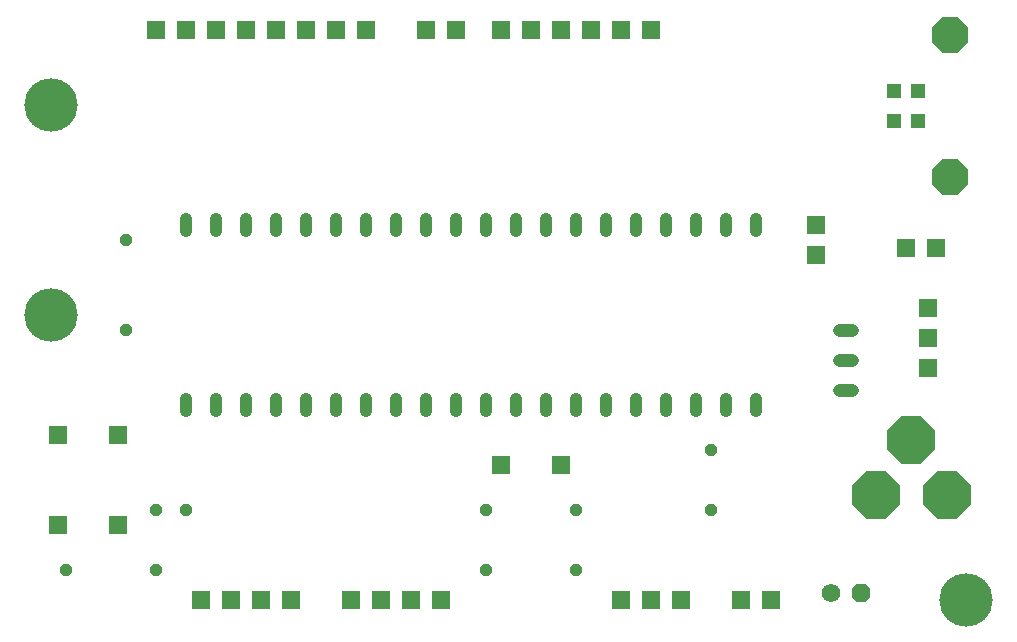
<source format=gbl>
G75*
%MOIN*%
%OFA0B0*%
%FSLAX24Y24*%
%IPPOS*%
%LPD*%
%AMOC8*
5,1,8,0,0,1.08239X$1,22.5*
%
%ADD10C,0.0399*%
%ADD11R,0.0600X0.0600*%
%ADD12C,0.0439*%
%ADD13OC8,0.1575*%
%ADD14OC8,0.0399*%
%ADD15OC8,0.0620*%
%ADD16C,0.0620*%
%ADD17OC8,0.1200*%
%ADD18R,0.0500X0.0500*%
%ADD19C,0.1778*%
D10*
X006100Y007401D02*
X006100Y007799D01*
X007100Y007799D02*
X007100Y007401D01*
X008100Y007401D02*
X008100Y007799D01*
X009100Y007799D02*
X009100Y007401D01*
X010100Y007401D02*
X010100Y007799D01*
X011100Y007799D02*
X011100Y007401D01*
X012100Y007401D02*
X012100Y007799D01*
X013100Y007799D02*
X013100Y007401D01*
X014100Y007401D02*
X014100Y007799D01*
X015100Y007799D02*
X015100Y007401D01*
X016100Y007401D02*
X016100Y007799D01*
X017100Y007799D02*
X017100Y007401D01*
X018100Y007401D02*
X018100Y007799D01*
X019100Y007799D02*
X019100Y007401D01*
X020100Y007401D02*
X020100Y007799D01*
X021100Y007799D02*
X021100Y007401D01*
X022100Y007401D02*
X022100Y007799D01*
X023100Y007799D02*
X023100Y007401D01*
X024100Y007401D02*
X024100Y007799D01*
X025100Y007799D02*
X025100Y007401D01*
X025100Y013401D02*
X025100Y013799D01*
X024100Y013799D02*
X024100Y013401D01*
X023100Y013401D02*
X023100Y013799D01*
X022100Y013799D02*
X022100Y013401D01*
X021100Y013401D02*
X021100Y013799D01*
X020100Y013799D02*
X020100Y013401D01*
X019100Y013401D02*
X019100Y013799D01*
X018100Y013799D02*
X018100Y013401D01*
X017100Y013401D02*
X017100Y013799D01*
X016100Y013799D02*
X016100Y013401D01*
X015100Y013401D02*
X015100Y013799D01*
X014100Y013799D02*
X014100Y013401D01*
X013100Y013401D02*
X013100Y013799D01*
X012100Y013799D02*
X012100Y013401D01*
X011100Y013401D02*
X011100Y013799D01*
X010100Y013799D02*
X010100Y013401D01*
X009100Y013401D02*
X009100Y013799D01*
X008100Y013799D02*
X008100Y013401D01*
X007100Y013401D02*
X007100Y013799D01*
X006100Y013799D02*
X006100Y013401D01*
D11*
X006100Y020100D03*
X005100Y020100D03*
X007100Y020100D03*
X008100Y020100D03*
X009100Y020100D03*
X010100Y020100D03*
X011100Y020100D03*
X012100Y020100D03*
X014100Y020100D03*
X015100Y020100D03*
X016600Y020100D03*
X017600Y020100D03*
X018600Y020100D03*
X019600Y020100D03*
X020600Y020100D03*
X021600Y020100D03*
X027100Y013600D03*
X027100Y012600D03*
X030100Y012850D03*
X031100Y012850D03*
X030850Y010850D03*
X030850Y009850D03*
X030850Y008850D03*
X018600Y005600D03*
X016600Y005600D03*
X014600Y001100D03*
X013600Y001100D03*
X012600Y001100D03*
X011600Y001100D03*
X009600Y001100D03*
X008600Y001100D03*
X007600Y001100D03*
X006600Y001100D03*
X003850Y003600D03*
X001850Y003600D03*
X001850Y006600D03*
X003850Y006600D03*
X020600Y001100D03*
X021600Y001100D03*
X022600Y001100D03*
X024600Y001100D03*
X025600Y001100D03*
D12*
X027881Y008100D02*
X028319Y008100D01*
X028319Y009100D02*
X027881Y009100D01*
X027881Y010100D02*
X028319Y010100D01*
D13*
X030281Y006450D03*
X029100Y004600D03*
X031462Y004600D03*
D14*
X002100Y002100D03*
X005100Y002100D03*
X005100Y004100D03*
X006100Y004100D03*
X004100Y010100D03*
X004100Y013100D03*
X016100Y004100D03*
X019100Y004100D03*
X019100Y002100D03*
X016100Y002100D03*
X023600Y004100D03*
X023600Y006100D03*
D15*
X028600Y001350D03*
D16*
X027600Y001350D03*
D17*
X031572Y015195D03*
X031572Y019936D03*
D18*
X030506Y018053D03*
X029718Y018053D03*
X029718Y017069D03*
X030506Y017069D03*
D19*
X032100Y001100D03*
X001600Y010600D03*
X001600Y017600D03*
M02*

</source>
